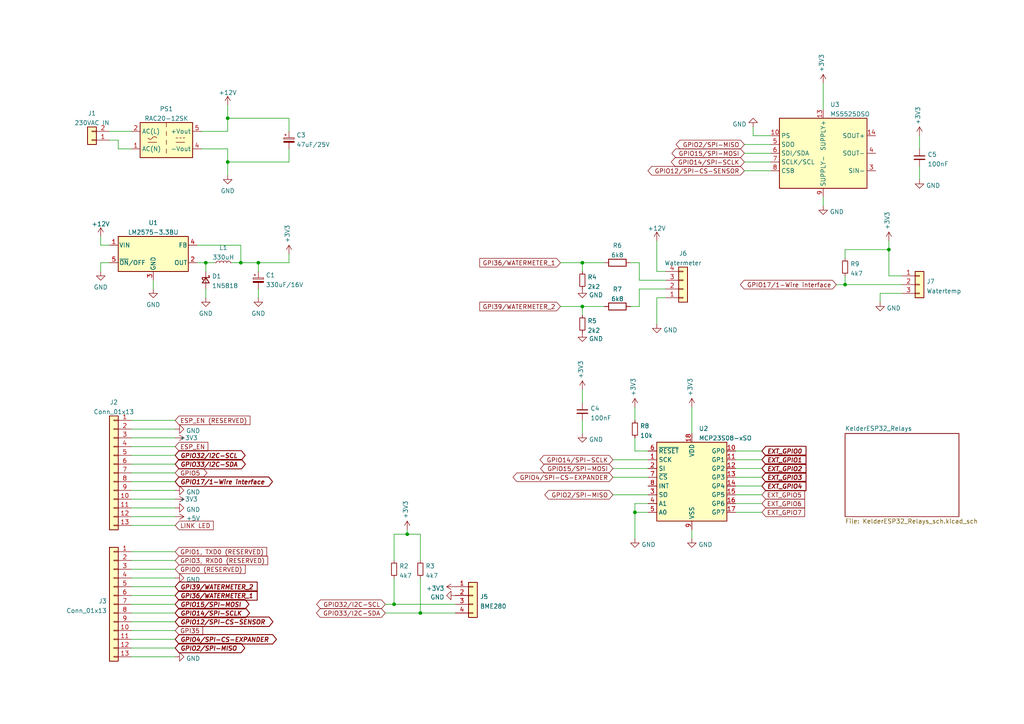
<source format=kicad_sch>
(kicad_sch (version 20211123) (generator eeschema)
  (paper "A4")
  (lib_symbols
    (symbol "Connector_Generic:Conn_01x02" (pin_names (offset 1.016) hide)
      (property "Reference" "J" (at 0 2.54 0))
      (property "Value" "Conn_01x02" (at 0 -5.08 0))
      (symbol "Conn_01x02_1_1"
        (rectangle (start -1.27 -2.413) (end 0 -2.667) (stroke (width 0.1524)))
        (rectangle (start -1.27 0.127) (end 0 -0.127) (stroke (width 0.1524)))
        (rectangle (start -1.27 1.27) (end 1.27 -3.81) (stroke (width 0.254)) (fill (type background)))
        (pin passive line (at -5.08 0 0) (length 3.81) (name "Pin_1") (number "1"))
        (pin passive line (at -5.08 -2.54 0) (length 3.81) (name "Pin_2") (number "2"))
      )
    )
    (symbol "Connector_Generic:Conn_01x03" (pin_names (offset 1.016) hide)
      (property "Reference" "J" (at 0 5.08 0))
      (property "Value" "Conn_01x03" (at 0 -5.08 0))
      (symbol "Conn_01x03_1_1"
        (rectangle (start -1.27 -2.413) (end 0 -2.667) (stroke (width 0.1524)))
        (rectangle (start -1.27 0.127) (end 0 -0.127) (stroke (width 0.1524)))
        (rectangle (start -1.27 2.667) (end 0 2.413) (stroke (width 0.1524)))
        (rectangle (start -1.27 3.81) (end 1.27 -3.81) (stroke (width 0.254)) (fill (type background)))
        (pin passive line (at -5.08 2.54 0) (length 3.81) (name "Pin_1") (number "1"))
        (pin passive line (at -5.08 0 0) (length 3.81) (name "Pin_2") (number "2"))
        (pin passive line (at -5.08 -2.54 0) (length 3.81) (name "Pin_3") (number "3"))
      )
    )
    (symbol "Connector_Generic:Conn_01x04" (pin_names (offset 1.016) hide)
      (property "Reference" "J" (at 0 5.08 0))
      (property "Value" "Conn_01x04" (at 0 -7.62 0))
      (symbol "Conn_01x04_1_1"
        (rectangle (start -1.27 -4.953) (end 0 -5.207) (stroke (width 0.1524)))
        (rectangle (start -1.27 -2.413) (end 0 -2.667) (stroke (width 0.1524)))
        (rectangle (start -1.27 0.127) (end 0 -0.127) (stroke (width 0.1524)))
        (rectangle (start -1.27 2.667) (end 0 2.413) (stroke (width 0.1524)))
        (rectangle (start -1.27 3.81) (end 1.27 -6.35) (stroke (width 0.254)) (fill (type background)))
        (pin passive line (at -5.08 2.54 0) (length 3.81) (name "Pin_1") (number "1"))
        (pin passive line (at -5.08 0 0) (length 3.81) (name "Pin_2") (number "2"))
        (pin passive line (at -5.08 -2.54 0) (length 3.81) (name "Pin_3") (number "3"))
        (pin passive line (at -5.08 -5.08 0) (length 3.81) (name "Pin_4") (number "4"))
      )
    )
    (symbol "Connector_Generic:Conn_01x13" (pin_names (offset 1.016) hide)
      (property "Reference" "J" (at 0 17.78 0))
      (property "Value" "Conn_01x13" (at 0 -17.78 0))
      (symbol "Conn_01x13_1_1"
        (rectangle (start -1.27 -15.113) (end 0 -15.367) (stroke (width 0.1524)))
        (rectangle (start -1.27 -12.573) (end 0 -12.827) (stroke (width 0.1524)))
        (rectangle (start -1.27 -10.033) (end 0 -10.287) (stroke (width 0.1524)))
        (rectangle (start -1.27 -7.493) (end 0 -7.747) (stroke (width 0.1524)))
        (rectangle (start -1.27 -4.953) (end 0 -5.207) (stroke (width 0.1524)))
        (rectangle (start -1.27 -2.413) (end 0 -2.667) (stroke (width 0.1524)))
        (rectangle (start -1.27 0.127) (end 0 -0.127) (stroke (width 0.1524)))
        (rectangle (start -1.27 2.667) (end 0 2.413) (stroke (width 0.1524)))
        (rectangle (start -1.27 5.207) (end 0 4.953) (stroke (width 0.1524)))
        (rectangle (start -1.27 7.747) (end 0 7.493) (stroke (width 0.1524)))
        (rectangle (start -1.27 10.287) (end 0 10.033) (stroke (width 0.1524)))
        (rectangle (start -1.27 12.827) (end 0 12.573) (stroke (width 0.1524)))
        (rectangle (start -1.27 15.367) (end 0 15.113) (stroke (width 0.1524)))
        (rectangle (start -1.27 16.51) (end 1.27 -16.51) (stroke (width 0.254)) (fill (type background)))
        (pin passive line (at -5.08 15.24 0) (length 3.81) (name "Pin_1") (number "1"))
        (pin passive line (at -5.08 -7.62 0) (length 3.81) (name "Pin_10") (number "10"))
        (pin passive line (at -5.08 -10.16 0) (length 3.81) (name "Pin_11") (number "11"))
        (pin passive line (at -5.08 -12.7 0) (length 3.81) (name "Pin_12") (number "12"))
        (pin passive line (at -5.08 -15.24 0) (length 3.81) (name "Pin_13") (number "13"))
        (pin passive line (at -5.08 12.7 0) (length 3.81) (name "Pin_2") (number "2"))
        (pin passive line (at -5.08 10.16 0) (length 3.81) (name "Pin_3") (number "3"))
        (pin passive line (at -5.08 7.62 0) (length 3.81) (name "Pin_4") (number "4"))
        (pin passive line (at -5.08 5.08 0) (length 3.81) (name "Pin_5") (number "5"))
        (pin passive line (at -5.08 2.54 0) (length 3.81) (name "Pin_6") (number "6"))
        (pin passive line (at -5.08 0 0) (length 3.81) (name "Pin_7") (number "7"))
        (pin passive line (at -5.08 -2.54 0) (length 3.81) (name "Pin_8") (number "8"))
        (pin passive line (at -5.08 -5.08 0) (length 3.81) (name "Pin_9") (number "9"))
      )
    )
    (symbol "Converter_ACDC:RAC20-12SK"
      (property "Reference" "PS" (at 0 6.35 0))
      (property "Value" "RAC20-12SK" (at 0 -6.35 0))
      (symbol "RAC20-12SK_1_1"
        (rectangle (start -7.62 5.08) (end 7.62 -5.08) (stroke (width 0.254)) (fill (type background)))
        (arc (start -5.334 0.635) (mid -4.699 0.2495) (end -4.064 0.635))
        (arc (start -2.794 0.635) (mid -3.429 1.0072) (end -4.064 0.635))
        (polyline (pts (xy -5.334 -0.635) (xy -2.794 -0.635)))
        (polyline (pts (xy 0 -2.54) (xy 0 -3.81)))
        (polyline (pts (xy 0 0) (xy 0 -1.27)))
        (polyline (pts (xy 0 2.54) (xy 0 1.27)))
        (polyline (pts (xy 0 5.08) (xy 0 3.81)))
        (polyline (pts (xy 2.794 -0.635) (xy 5.334 -0.635)))
        (polyline (pts (xy 2.794 0.635) (xy 3.302 0.635)))
        (polyline (pts (xy 3.81 0.635) (xy 4.318 0.635)))
        (polyline (pts (xy 4.826 0.635) (xy 5.334 0.635)))
        (pin power_in line (at -10.16 -2.54 0) (length 2.54) (name "AC(N)") (number "1"))
        (pin power_in line (at -10.16 2.54 0) (length 2.54) (name "AC(L)") (number "2"))
        (pin power_out line (at 10.16 -2.54 180) (length 2.54) (name "-Vout") (number "4"))
        (pin power_out line (at 10.16 2.54 180) (length 2.54) (name "+Vout") (number "5"))
      )
    )
    (symbol "Device:C_Polarized_Small" (pin_numbers hide) (pin_names (offset 0.254) hide)
      (property "Reference" "C" (at 0.254 1.778 0))
      (property "Value" "C_Polarized_Small" (at 0.254 -2.032 0))
      (symbol "C_Polarized_Small_0_1"
        (rectangle (start -1.524 -0.3048) (end 1.524 -0.6858) (fill (type outline)))
        (rectangle (start -1.524 0.6858) (end 1.524 0.3048))
        (polyline (pts (xy -1.27 1.524) (xy -0.762 1.524)))
        (polyline (pts (xy -1.016 1.27) (xy -1.016 1.778)))
      )
      (symbol "C_Polarized_Small_1_1"
        (pin passive line (at 0 2.54 270) (length 1.8542) (name "~") (number "1"))
        (pin passive line (at 0 -2.54 90) (length 1.8542) (name "~") (number "2"))
      )
    )
    (symbol "Device:C_Small" (pin_numbers hide) (pin_names (offset 0.254) hide)
      (property "Reference" "C" (at 0.254 1.778 0))
      (property "Value" "C_Small" (at 0.254 -2.032 0))
      (symbol "C_Small_0_1"
        (polyline (pts (xy -1.524 -0.508) (xy 1.524 -0.508)) (stroke (width 0.3302)))
        (polyline (pts (xy -1.524 0.508) (xy 1.524 0.508)) (stroke (width 0.3048)))
      )
      (symbol "C_Small_1_1"
        (pin passive line (at 0 2.54 270) (length 2.032) (name "~") (number "1"))
        (pin passive line (at 0 -2.54 90) (length 2.032) (name "~") (number "2"))
      )
    )
    (symbol "Device:D_Schottky_Small" (pin_numbers hide) (pin_names (offset 0.254) hide)
      (property "Reference" "D" (at -1.27 2.032 0))
      (property "Value" "D_Schottky_Small" (at -7.112 -2.032 0))
      (symbol "D_Schottky_Small_0_1"
        (polyline (pts (xy -0.762 0) (xy 0.762 0)))
        (polyline (pts (xy 0.762 -1.016) (xy -0.762 0) (xy 0.762 1.016) (xy 0.762 -1.016)) (stroke (width 0.254)))
        (polyline (pts (xy -1.27 0.762) (xy -1.27 1.016) (xy -0.762 1.016) (xy -0.762 -1.016) (xy -0.254 -1.016) (xy -0.254 -0.762)) (stroke (width 0.254)))
      )
      (symbol "D_Schottky_Small_1_1"
        (pin passive line (at -2.54 0 0) (length 1.778) (name "K") (number "1"))
        (pin passive line (at 2.54 0 180) (length 1.778) (name "A") (number "2"))
      )
    )
    (symbol "Device:L_Small" (pin_numbers hide) (pin_names (offset 0.254) hide)
      (property "Reference" "L" (at 0.762 1.016 0))
      (property "Value" "L_Small" (at 0.762 -1.016 0))
      (symbol "L_Small_0_1"
        (arc (start 0 -2.032) (mid 0.508 -1.524) (end 0 -1.016))
        (arc (start 0 -1.016) (mid 0.508 -0.508) (end 0 0))
        (arc (start 0 0) (mid 0.508 0.508) (end 0 1.016))
        (arc (start 0 1.016) (mid 0.508 1.524) (end 0 2.032))
      )
      (symbol "L_Small_1_1"
        (pin passive line (at 0 2.54 270) (length 0.508) (name "~") (number "1"))
        (pin passive line (at 0 -2.54 90) (length 0.508) (name "~") (number "2"))
      )
    )
    (symbol "Device:R" (pin_numbers hide) (pin_names (offset 0))
      (property "Reference" "R" (at 2.032 0 90))
      (property "Value" "R" (at 0 0 90))
      (symbol "R_0_1"
        (rectangle (start -1.016 -2.54) (end 1.016 2.54) (stroke (width 0.254)))
      )
      (symbol "R_1_1"
        (pin passive line (at 0 3.81 270) (length 1.27) (name "~") (number "1"))
        (pin passive line (at 0 -3.81 90) (length 1.27) (name "~") (number "2"))
      )
    )
    (symbol "Device:R_Small" (pin_numbers hide) (pin_names (offset 0.254) hide)
      (property "Reference" "R" (at 0.762 0.508 0))
      (property "Value" "R_Small" (at 0.762 -1.016 0))
      (symbol "R_Small_0_1"
        (rectangle (start -0.762 1.778) (end 0.762 -1.778) (stroke (width 0.2032)))
      )
      (symbol "R_Small_1_1"
        (pin passive line (at 0 2.54 270) (length 0.762) (name "~") (number "1"))
        (pin passive line (at 0 -2.54 90) (length 0.762) (name "~") (number "2"))
      )
    )
    (symbol "Jips_Library:MCP23S08-xSO"
      (property "Reference" "U" (at -8.89 12.7 0))
      (property "Value" "MCP23S08-xSO" (at 8.89 12.7 0))
      (symbol "MCP23S08-xSO_0_1"
        (rectangle (start -10.16 11.43) (end 10.16 -11.43) (stroke (width 0.254)) (fill (type background)))
      )
      (symbol "MCP23S08-xSO_1_1"
        (pin input line (at -12.7 6.35 0) (length 2.54) (name "SCK") (number "1"))
        (pin bidirectional line (at 12.7 8.89 180) (length 2.54) (name "GP0") (number "10"))
        (pin bidirectional line (at 12.7 6.35 180) (length 2.54) (name "GP1") (number "11"))
        (pin bidirectional line (at 12.7 3.81 180) (length 2.54) (name "GP2") (number "12"))
        (pin bidirectional line (at 12.7 1.27 180) (length 2.54) (name "GP3") (number "13"))
        (pin bidirectional line (at 12.7 -1.27 180) (length 2.54) (name "GP4") (number "14"))
        (pin bidirectional line (at 12.7 -3.81 180) (length 2.54) (name "GP5") (number "15"))
        (pin bidirectional line (at 12.7 -6.35 180) (length 2.54) (name "GP6") (number "16"))
        (pin bidirectional line (at 12.7 -8.89 180) (length 2.54) (name "GP7") (number "17"))
        (pin power_in line (at 0 13.97 270) (length 2.54) (name "VDD") (number "18"))
        (pin input line (at -12.7 3.81 0) (length 2.54) (name "SI") (number "2"))
        (pin output line (at -12.7 -3.81 0) (length 2.54) (name "SO") (number "3"))
        (pin input line (at -12.7 -6.35 0) (length 2.54) (name "A1") (number "4"))
        (pin input line (at -12.7 -8.89 0) (length 2.54) (name "A0") (number "5"))
        (pin input line (at -12.7 8.89 0) (length 2.54) (name "~{RESET}") (number "6"))
        (pin input line (at -12.7 1.27 0) (length 2.54) (name "~{CS}") (number "7"))
        (pin output line (at -12.7 -1.27 0) (length 2.54) (name "INT") (number "8"))
        (pin power_in line (at 0 -13.97 90) (length 2.54) (name "VSS") (number "9"))
      )
    )
    (symbol "Regulator_Switching:LM2575-3.3BU" (pin_names (offset 0.254))
      (property "Reference" "U" (at -10.16 6.35 0))
      (property "Value" "LM2575-3.3BU" (at 0 6.35 0))
      (symbol "LM2575-3.3BU_0_1"
        (rectangle (start -10.16 5.08) (end 10.16 -5.08) (stroke (width 0.254)) (fill (type background)))
      )
      (symbol "LM2575-3.3BU_1_1"
        (pin power_in line (at -12.7 2.54 0) (length 2.54) (name "VIN") (number "1"))
        (pin output line (at 12.7 -2.54 180) (length 2.54) (name "OUT") (number "2"))
        (pin power_in line (at 0 -7.62 90) (length 2.54) (name "GND") (number "3"))
        (pin input line (at 12.7 2.54 180) (length 2.54) (name "FB") (number "4"))
        (pin input line (at -12.7 -2.54 0) (length 2.54) (name "~{ON}/OFF") (number "5"))
      )
    )
    (symbol "Sensor_Pressure:MS5525DSO"
      (property "Reference" "U" (at -10.16 11.43 0))
      (property "Value" "MS5525DSO" (at 8.89 11.43 0))
      (symbol "MS5525DSO_0_1"
        (rectangle (start -12.7 10.16) (end 12.7 -10.16) (stroke (width 0.254)) (fill (type background)))
      )
      (symbol "MS5525DSO_1_1"
        (pin passive line (at 15.24 -5.08 180) (length 2.54) hide (name "SIN-") (number "1"))
        (pin input line (at -15.24 5.08 0) (length 2.54) (name "PS") (number "10"))
        (pin passive line (at 0 12.7 270) (length 2.54) hide (name "SUPPLY+") (number "11"))
        (pin passive line (at 15.24 5.08 180) (length 2.54) hide (name "SOUT+") (number "12"))
        (pin power_in line (at 0 12.7 270) (length 2.54) (name "SUPPLY+") (number "13"))
        (pin passive line (at 15.24 5.08 180) (length 2.54) (name "SOUT+") (number "14"))
        (pin passive line (at 15.24 0 180) (length 2.54) hide (name "SOUT-") (number "2"))
        (pin passive line (at 15.24 -5.08 180) (length 2.54) (name "SIN-") (number "3"))
        (pin passive line (at 15.24 0 180) (length 2.54) (name "SOUT-") (number "4"))
        (pin output line (at -15.24 2.54 0) (length 2.54) (name "SDO") (number "5"))
        (pin input line (at -15.24 0 0) (length 2.54) (name "SDI/SDA") (number "6"))
        (pin input line (at -15.24 -2.54 0) (length 2.54) (name "SCLK/SCL") (number "7"))
        (pin input line (at -15.24 -5.08 0) (length 2.54) (name "CSB") (number "8"))
        (pin power_in line (at 0 -12.7 90) (length 2.54) (name "SUPPLY-") (number "9"))
      )
    )
    (symbol "power:+12V" (power) (pin_names (offset 0))
      (property "Value" "+12V" (at 0 3.556 0))
      (symbol "+12V_0_1"
        (polyline (pts (xy -0.762 1.27) (xy 0 2.54)))
        (polyline (pts (xy 0 0) (xy 0 2.54)))
        (polyline (pts (xy 0 2.54) (xy 0.762 1.27)))
      )
      (symbol "+12V_1_1"
        (pin power_in line (at 0 0 90) (length 0) hide (name "+12V") (number "1"))
      )
    )
    (symbol "power:+3.3V" (power) (pin_names (offset 0))
      (property "Value" "+3.3V" (at 0 3.556 0))
      (symbol "+3.3V_0_1"
        (polyline (pts (xy -0.762 1.27) (xy 0 2.54)))
        (polyline (pts (xy 0 0) (xy 0 2.54)))
        (polyline (pts (xy 0 2.54) (xy 0.762 1.27)))
      )
      (symbol "+3.3V_1_1"
        (pin power_in line (at 0 0 90) (length 0) hide (name "+3V3") (number "1"))
      )
    )
    (symbol "power:+5V" (power) (pin_names (offset 0))
      (property "Value" "+5V" (at 0 3.556 0))
      (symbol "+5V_0_1"
        (polyline (pts (xy -0.762 1.27) (xy 0 2.54)))
        (polyline (pts (xy 0 0) (xy 0 2.54)))
        (polyline (pts (xy 0 2.54) (xy 0.762 1.27)))
      )
      (symbol "+5V_1_1"
        (pin power_in line (at 0 0 90) (length 0) hide (name "+5V") (number "1"))
      )
    )
    (symbol "power:GND" (power) (pin_names (offset 0))
      (property "Value" "GND" (at 0 -3.81 0))
      (symbol "GND_0_1"
        (polyline (pts (xy 0 0) (xy 0 -1.27) (xy 1.27 -1.27) (xy 0 -2.54) (xy -1.27 -1.27) (xy 0 -1.27)))
      )
      (symbol "GND_1_1"
        (pin power_in line (at 0 0 270) (length 0) hide (name "GND") (number "1"))
      )
    )
  )
  (junction (at 121.92 177.8))
  (junction (at 114.3 175.26))
  (junction (at 168.91 88.9))
  (junction (at 257.81 72.39))
  (junction (at 74.93 76.2))
  (junction (at 184.15 148.59))
  (junction (at 66.04 34.29))
  (junction (at 69.85 76.2))
  (junction (at 245.11 82.55))
  (junction (at 118.11 154.94))
  (junction (at 59.69 76.2))
  (junction (at 66.04 46.99))
  (junction (at 168.91 76.2))
  (wire (pts (xy 74.93 76.2) (xy 74.93 78.74)))
  (wire (pts (xy 38.1 144.78) (xy 50.8 144.78)))
  (wire (pts (xy 69.85 76.2) (xy 74.93 76.2)))
  (wire (pts (xy 193.04 86.36) (xy 190.5 86.36)))
  (wire (pts (xy 38.1 139.7) (xy 50.8 139.7)))
  (wire (pts (xy 215.9 44.45) (xy 223.52 44.45)))
  (wire (pts (xy 184.15 148.59) (xy 184.15 156.21)))
  (wire (pts (xy 31.75 40.64) (xy 34.29 40.64)))
  (wire (pts (xy 162.56 76.2) (xy 168.91 76.2)))
  (wire (pts (xy 29.21 76.2) (xy 29.21 78.74)))
  (wire (pts (xy 59.69 83.82) (xy 59.69 86.36)))
  (wire (pts (xy 118.11 154.94) (xy 121.92 154.94)))
  (wire (pts (xy 38.1 162.56) (xy 50.8 162.56)))
  (wire (pts (xy 118.11 153.67) (xy 118.11 154.94)))
  (wire (pts (xy 185.42 81.28) (xy 193.04 81.28)))
  (wire (pts (xy 177.8 138.43) (xy 187.96 138.43)))
  (wire (pts (xy 215.9 41.91) (xy 223.52 41.91)))
  (wire (pts (xy 38.1 137.16) (xy 50.8 137.16)))
  (wire (pts (xy 66.04 30.48) (xy 66.04 34.29)))
  (wire (pts (xy 245.11 74.93) (xy 245.11 72.39)))
  (wire (pts (xy 245.11 80.01) (xy 245.11 82.55)))
  (wire (pts (xy 38.1 165.1) (xy 50.8 165.1)))
  (wire (pts (xy 58.42 38.1) (xy 66.04 38.1)))
  (wire (pts (xy 238.76 24.13) (xy 238.76 31.75)))
  (wire (pts (xy 69.85 76.2) (xy 69.85 71.12)))
  (wire (pts (xy 38.1 124.46) (xy 50.8 124.46)))
  (wire (pts (xy 66.04 46.99) (xy 66.04 50.8)))
  (wire (pts (xy 74.93 76.2) (xy 83.82 76.2)))
  (wire (pts (xy 238.76 57.15) (xy 238.76 59.69)))
  (wire (pts (xy 38.1 43.18) (xy 34.29 43.18)))
  (wire (pts (xy 38.1 121.92) (xy 50.8 121.92)))
  (wire (pts (xy 38.1 134.62) (xy 50.8 134.62)))
  (wire (pts (xy 38.1 127) (xy 50.8 127)))
  (wire (pts (xy 111.76 175.26) (xy 114.3 175.26)))
  (wire (pts (xy 38.1 187.96) (xy 50.8 187.96)))
  (wire (pts (xy 58.42 43.18) (xy 66.04 43.18)))
  (wire (pts (xy 261.62 85.09) (xy 255.27 85.09)))
  (wire (pts (xy 59.69 76.2) (xy 59.69 78.74)))
  (wire (pts (xy 185.42 88.9) (xy 185.42 83.82)))
  (wire (pts (xy 38.1 177.8) (xy 50.8 177.8)))
  (wire (pts (xy 114.3 175.26) (xy 132.08 175.26)))
  (wire (pts (xy 245.11 72.39) (xy 257.81 72.39)))
  (wire (pts (xy 261.62 80.01) (xy 257.81 80.01)))
  (wire (pts (xy 66.04 34.29) (xy 66.04 38.1)))
  (wire (pts (xy 34.29 40.64) (xy 34.29 43.18)))
  (wire (pts (xy 57.15 71.12) (xy 69.85 71.12)))
  (wire (pts (xy 83.82 34.29) (xy 83.82 38.1)))
  (wire (pts (xy 184.15 148.59) (xy 187.96 148.59)))
  (wire (pts (xy 220.98 130.81) (xy 213.36 130.81)))
  (wire (pts (xy 185.42 83.82) (xy 193.04 83.82)))
  (wire (pts (xy 31.75 71.12) (xy 29.21 71.12)))
  (wire (pts (xy 200.66 153.67) (xy 200.66 156.21)))
  (wire (pts (xy 266.7 39.37) (xy 266.7 43.18)))
  (wire (pts (xy 83.82 46.99) (xy 83.82 43.18)))
  (wire (pts (xy 38.1 142.24) (xy 50.8 142.24)))
  (wire (pts (xy 67.31 76.2) (xy 69.85 76.2)))
  (wire (pts (xy 220.98 143.51) (xy 213.36 143.51)))
  (wire (pts (xy 38.1 175.26) (xy 50.8 175.26)))
  (wire (pts (xy 59.69 76.2) (xy 62.23 76.2)))
  (wire (pts (xy 38.1 167.64) (xy 50.8 167.64)))
  (wire (pts (xy 121.92 154.94) (xy 121.92 162.56)))
  (wire (pts (xy 266.7 48.26) (xy 266.7 52.07)))
  (wire (pts (xy 31.75 38.1) (xy 38.1 38.1)))
  (wire (pts (xy 190.5 78.74) (xy 193.04 78.74)))
  (wire (pts (xy 215.9 46.99) (xy 223.52 46.99)))
  (wire (pts (xy 38.1 170.18) (xy 50.8 170.18)))
  (wire (pts (xy 177.8 133.35) (xy 187.96 133.35)))
  (wire (pts (xy 31.75 76.2) (xy 29.21 76.2)))
  (wire (pts (xy 218.44 39.37) (xy 223.52 39.37)))
  (wire (pts (xy 114.3 154.94) (xy 114.3 162.56)))
  (wire (pts (xy 38.1 190.5) (xy 50.8 190.5)))
  (wire (pts (xy 29.21 68.58) (xy 29.21 71.12)))
  (wire (pts (xy 215.9 49.53) (xy 223.52 49.53)))
  (wire (pts (xy 38.1 182.88) (xy 50.8 182.88)))
  (wire (pts (xy 57.15 76.2) (xy 59.69 76.2)))
  (wire (pts (xy 257.81 72.39) (xy 257.81 80.01)))
  (wire (pts (xy 111.76 177.8) (xy 121.92 177.8)))
  (wire (pts (xy 168.91 76.2) (xy 175.26 76.2)))
  (wire (pts (xy 185.42 76.2) (xy 185.42 81.28)))
  (wire (pts (xy 168.91 88.9) (xy 168.91 91.44)))
  (wire (pts (xy 220.98 140.97) (xy 213.36 140.97)))
  (wire (pts (xy 38.1 147.32) (xy 50.8 147.32)))
  (wire (pts (xy 184.15 130.81) (xy 184.15 127)))
  (wire (pts (xy 182.88 76.2) (xy 185.42 76.2)))
  (wire (pts (xy 66.04 43.18) (xy 66.04 46.99)))
  (wire (pts (xy 177.8 135.89) (xy 187.96 135.89)))
  (wire (pts (xy 177.8 143.51) (xy 187.96 143.51)))
  (wire (pts (xy 257.81 69.85) (xy 257.81 72.39)))
  (wire (pts (xy 38.1 149.86) (xy 50.8 149.86)))
  (wire (pts (xy 168.91 76.2) (xy 168.91 78.74)))
  (wire (pts (xy 255.27 85.09) (xy 255.27 87.63)))
  (wire (pts (xy 44.45 81.28) (xy 44.45 83.82)))
  (wire (pts (xy 242.57 82.55) (xy 245.11 82.55)))
  (wire (pts (xy 168.91 88.9) (xy 175.26 88.9)))
  (wire (pts (xy 114.3 154.94) (xy 118.11 154.94)))
  (wire (pts (xy 38.1 132.08) (xy 50.8 132.08)))
  (wire (pts (xy 220.98 148.59) (xy 213.36 148.59)))
  (wire (pts (xy 190.5 69.85) (xy 190.5 78.74)))
  (wire (pts (xy 220.98 146.05) (xy 213.36 146.05)))
  (wire (pts (xy 38.1 172.72) (xy 50.8 172.72)))
  (wire (pts (xy 38.1 129.54) (xy 50.8 129.54)))
  (wire (pts (xy 121.92 167.64) (xy 121.92 177.8)))
  (wire (pts (xy 182.88 88.9) (xy 185.42 88.9)))
  (wire (pts (xy 200.66 118.11) (xy 200.66 125.73)))
  (wire (pts (xy 190.5 86.36) (xy 190.5 93.98)))
  (wire (pts (xy 74.93 83.82) (xy 74.93 86.36)))
  (wire (pts (xy 187.96 130.81) (xy 184.15 130.81)))
  (wire (pts (xy 184.15 118.11) (xy 184.15 121.92)))
  (wire (pts (xy 66.04 34.29) (xy 83.82 34.29)))
  (wire (pts (xy 66.04 46.99) (xy 83.82 46.99)))
  (wire (pts (xy 220.98 135.89) (xy 213.36 135.89)))
  (wire (pts (xy 245.11 82.55) (xy 261.62 82.55)))
  (wire (pts (xy 114.3 167.64) (xy 114.3 175.26)))
  (wire (pts (xy 168.91 121.92) (xy 168.91 125.73)))
  (wire (pts (xy 121.92 177.8) (xy 132.08 177.8)))
  (wire (pts (xy 38.1 152.4) (xy 50.8 152.4)))
  (wire (pts (xy 83.82 73.66) (xy 83.82 76.2)))
  (wire (pts (xy 184.15 146.05) (xy 184.15 148.59)))
  (wire (pts (xy 218.44 39.37) (xy 218.44 36.83)))
  (wire (pts (xy 38.1 180.34) (xy 50.8 180.34)))
  (wire (pts (xy 220.98 138.43) (xy 213.36 138.43)))
  (wire (pts (xy 187.96 146.05) (xy 184.15 146.05)))
  (wire (pts (xy 38.1 160.02) (xy 50.8 160.02)))
  (wire (pts (xy 162.56 88.9) (xy 168.91 88.9)))
  (wire (pts (xy 38.1 185.42) (xy 50.8 185.42)))
  (wire (pts (xy 220.98 133.35) (xy 213.36 133.35)))
  (wire (pts (xy 168.91 113.03) (xy 168.91 116.84)))
  (global_label "GPIO12{slash}SPI-CS-SENSOR" (shape bidirectional) (at 50.8 180.34 0) (effects (font (thickness 0.254) bold italic)) (property "Intersheet References" "${INTERSHEET_REFS}" (effects hide)))
  (global_label "GPIO1, TXD0 (RESERVED)" (shape input) (at 50.8 160.02 0) (property "Intersheet References" "${INTERSHEET_REFS}" (effects hide)))
  (global_label "GPIO5" (shape bidirectional) (at 50.8 137.16 0) (property "Intersheet References" "${INTERSHEET_REFS}" (effects hide)))
  (global_label "GPIO2{slash}SPI-MISO" (shape bidirectional) (at 215.9 41.91 180) (property "Intersheet References" "${INTERSHEET_REFS}" (effects hide)))
  (global_label "GPI39{slash}WATERMETER_2" (shape input) (at 50.8 170.18 0) (effects (font (thickness 0.254) bold italic)) (property "Intersheet References" "${INTERSHEET_REFS}" (effects hide)))
  (global_label "EXT_GPIO4" (shape input) (at 220.98 140.97 0) (effects (font (thickness 0.254) bold italic)) (property "Intersheet References" "${INTERSHEET_REFS}" (effects hide)))
  (global_label "GPIO2{slash}SPI-MISO" (shape bidirectional) (at 177.8 143.51 180) (property "Intersheet References" "${INTERSHEET_REFS}" (effects hide)))
  (global_label "GPI39{slash}WATERMETER_2" (shape input) (at 162.56 88.9 180) (property "Intersheet References" "${INTERSHEET_REFS}" (effects hide)))
  (global_label "GPIO14{slash}SPI-SCLK" (shape bidirectional) (at 50.8 177.8 0) (effects (font (thickness 0.254) bold italic)) (property "Intersheet References" "${INTERSHEET_REFS}" (effects hide)))
  (global_label "GPIO4{slash}SPI-CS-EXPANDER" (shape bidirectional) (at 177.8 138.43 180) (property "Intersheet References" "${INTERSHEET_REFS}" (effects hide)))
  (global_label "GPIO33{slash}I2C-SDA" (shape bidirectional) (at 50.8 134.62 0) (effects (font (thickness 0.254) bold italic)) (property "Intersheet References" "${INTERSHEET_REFS}" (effects hide)))
  (global_label "GPI35" (shape input) (at 50.8 182.88 0) (property "Intersheet References" "${INTERSHEET_REFS}" (effects hide)))
  (global_label "GPIO0 (RESERVED)" (shape input) (at 50.8 165.1 0) (property "Intersheet References" "${INTERSHEET_REFS}" (effects hide)))
  (global_label "GPIO15{slash}SPI-MOSI" (shape bidirectional) (at 215.9 44.45 180) (property "Intersheet References" "${INTERSHEET_REFS}" (effects hide)))
  (global_label "GPIO3, RXD0 (RESERVED)" (shape input) (at 50.8 162.56 0) (property "Intersheet References" "${INTERSHEET_REFS}" (effects hide)))
  (global_label "GPIO33{slash}I2C-SDA" (shape bidirectional) (at 111.76 177.8 180) (property "Intersheet References" "${INTERSHEET_REFS}" (effects hide)))
  (global_label "GPIO32{slash}I2C-SCL" (shape bidirectional) (at 111.76 175.26 180) (property "Intersheet References" "${INTERSHEET_REFS}" (effects hide)))
  (global_label "GPIO15{slash}SPI-MOSI" (shape bidirectional) (at 177.8 135.89 180) (property "Intersheet References" "${INTERSHEET_REFS}" (effects hide)))
  (global_label "GPIO14{slash}SPI-SCLK" (shape bidirectional) (at 177.8 133.35 180) (property "Intersheet References" "${INTERSHEET_REFS}" (effects hide)))
  (global_label "GPIO17{slash}1-Wire interface" (shape bidirectional) (at 242.57 82.55 180) (property "Intersheet References" "${INTERSHEET_REFS}" (effects hide)))
  (global_label "EXT_GPIO1" (shape input) (at 220.98 133.35 0) (effects (font (thickness 0.254) bold italic)) (property "Intersheet References" "${INTERSHEET_REFS}" (effects hide)))
  (global_label "EXT_GPIO7" (shape input) (at 220.98 148.59 0) (property "Intersheet References" "${INTERSHEET_REFS}" (effects hide)))
  (global_label "GPI36{slash}WATERMETER_1" (shape input) (at 50.8 172.72 0) (effects (font (thickness 0.254) bold italic)) (property "Intersheet References" "${INTERSHEET_REFS}" (effects hide)))
  (global_label "GPIO12{slash}SPI-CS-SENSOR" (shape bidirectional) (at 215.9 49.53 180) (property "Intersheet References" "${INTERSHEET_REFS}" (effects hide)))
  (global_label "GPI36{slash}WATERMETER_1" (shape input) (at 162.56 76.2 180) (property "Intersheet References" "${INTERSHEET_REFS}" (effects hide)))
  (global_label "EXT_GPIO0" (shape input) (at 220.98 130.81 0) (effects (font (thickness 0.254) bold italic)) (property "Intersheet References" "${INTERSHEET_REFS}" (effects hide)))
  (global_label "EXT_GPIO5" (shape input) (at 220.98 143.51 0) (property "Intersheet References" "${INTERSHEET_REFS}" (effects hide)))
  (global_label "EXT_GPIO6" (shape input) (at 220.98 146.05 0) (property "Intersheet References" "${INTERSHEET_REFS}" (effects hide)))
  (global_label "ESP_EN" (shape input) (at 50.8 129.54 0) (property "Intersheet References" "${INTERSHEET_REFS}" (effects hide)))
  (global_label "LINK LED" (shape input) (at 50.8 152.4 0) (property "Intersheet References" "${INTERSHEET_REFS}" (effects hide)))
  (global_label "GPIO32{slash}I2C-SCL" (shape bidirectional) (at 50.8 132.08 0) (effects (font (thickness 0.254) bold italic)) (property "Intersheet References" "${INTERSHEET_REFS}" (effects hide)))
  (global_label "EXT_GPIO3" (shape input) (at 220.98 138.43 0) (effects (font (thickness 0.254) bold italic)) (property "Intersheet References" "${INTERSHEET_REFS}" (effects hide)))
  (global_label "ESP_EN (RESERVED)" (shape input) (at 50.8 121.92 0) (property "Intersheet References" "${INTERSHEET_REFS}" (effects hide)))
  (global_label "GPIO17{slash}1-Wire interface" (shape bidirectional) (at 50.8 139.7 0) (effects (font (thickness 0.254) bold italic)) (property "Intersheet References" "${INTERSHEET_REFS}" (effects hide)))
  (global_label "GPIO2{slash}SPI-MISO" (shape bidirectional) (at 50.8 187.96 0) (effects (font (thickness 0.254) bold italic)) (property "Intersheet References" "${INTERSHEET_REFS}" (effects hide)))
  (global_label "EXT_GPIO2" (shape input) (at 220.98 135.89 0) (effects (font (thickness 0.254) bold italic)) (property "Intersheet References" "${INTERSHEET_REFS}" (effects hide)))
  (global_label "GPIO4{slash}SPI-CS-EXPANDER" (shape bidirectional) (at 50.8 185.42 0) (effects (font (thickness 0.254) bold italic)) (property "Intersheet References" "${INTERSHEET_REFS}" (effects hide)))
  (global_label "GPIO15{slash}SPI-MOSI" (shape bidirectional) (at 50.8 175.26 0) (effects (font (thickness 0.254) bold italic)) (property "Intersheet References" "${INTERSHEET_REFS}" (effects hide)))
  (global_label "GPIO14{slash}SPI-SCLK" (shape bidirectional) (at 215.9 46.99 180) (property "Intersheet References" "${INTERSHEET_REFS}" (effects hide)))
  (symbol (lib_id "Connector_Generic:Conn_01x13") (at 33.02 137.16 0) (mirror y) (unit 1)
    (property "Reference" "J2" (at 33.02 116.6835 0))
    (property "Value" "Conn_01x13" (at 33.02 119.4586 0))
    (property "Footprint" "Connector_PinSocket_2.54mm:PinSocket_1x13_P2.54mm_Vertical" (effects hide))
  )
  (symbol (lib_id "Device:R_Small") (at 168.91 93.98 0) (unit 1)
    (property "Reference" "R5" (at 170.4086 93.0715 0) (effects (justify left)))
    (property "Value" "2k2" (at 170.4086 95.8466 0) (effects (justify left)))
    (property "Footprint" "Resistor_SMD:R_0805_2012Metric_Pad1.20x1.40mm_HandSolder" (effects hide))
  )
  (symbol (lib_id "power:+12V") (at 29.21 68.58 0) (unit 1)
    (property "Reference" "#PWR0109" (effects hide))
    (property "Value" "+12V" (at 29.21 64.9755 0))
  )
  (symbol (lib_id "Regulator_Switching:LM2575-3.3BU") (at 44.45 73.66 0) (unit 1)
    (property "Reference" "U1" (at 44.45 64.6135 0))
    (property "Value" "LM2575-3.3BU" (at 44.45 67.3886 0))
    (property "Footprint" "Package_TO_SOT_SMD:TO-263-5_TabPin3" (effects hide))
    (property "Datasheet" "http://ww1.microchip.com/downloads/en/DeviceDoc/lm2575.pdf" (effects hide))
  )
  (symbol (lib_id "power:GND") (at 190.5 93.98 0) (unit 1)
    (property "Reference" "#PWR0133" (effects hide))
    (property "Value" "GND" (at 192.405 95.729 0) (effects (justify left)))
  )
  (symbol (lib_id "Device:C_Small") (at 266.7 45.72 0) (unit 1)
    (property "Reference" "C5" (at 269.0241 44.8178 0) (effects (justify left)))
    (property "Value" "100nF" (at 269.0241 47.5929 0) (effects (justify left)))
    (property "Footprint" "Capacitor_SMD:C_0805_2012Metric_Pad1.18x1.45mm_HandSolder" (effects hide))
  )
  (symbol (lib_id "power:GND") (at 255.27 87.63 0) (unit 1)
    (property "Reference" "#PWR0136" (effects hide))
    (property "Value" "GND" (at 257.175 89.379 0) (effects (justify left)))
  )
  (symbol (lib_id "power:+3.3V") (at 118.11 153.67 0) (unit 1)
    (property "Reference" "#PWR0102" (effects hide))
    (property "Value" "+3.3V" (at 117.631 150.495 90) (effects (justify left)))
  )
  (symbol (lib_id "Device:R") (at 179.07 88.9 270) (unit 1)
    (property "Reference" "R7" (at 179.07 83.9175 90))
    (property "Value" "6k8" (at 179.07 86.6926 90))
    (property "Footprint" "Resistor_SMD:R_0805_2012Metric_Pad1.20x1.40mm_HandSolder" (effects hide))
  )
  (symbol (lib_id "Connector_Generic:Conn_01x04") (at 137.16 172.72 0) (unit 1)
    (property "Reference" "J5" (at 139.192 173.0815 0) (effects (justify left)))
    (property "Value" "BME280" (at 139.192 175.8566 0) (effects (justify left)))
    (property "Footprint" "TerminalBlock_Phoenix:TerminalBlock_Phoenix_MKDS-1,5-4-5.08_1x04_P5.08mm_Horizontal" (effects hide))
  )
  (symbol (lib_id "Jips_Library:MCP23S08-xSO") (at 200.66 139.7 0) (unit 1)
    (property "Reference" "U2" (at 202.6794 124.3035 0) (effects (justify left)))
    (property "Value" "MCP23S08-xSO" (at 202.6794 127.0786 0) (effects (justify left)))
    (property "Footprint" "Package_SO:SOIC-18W_7.5x11.6mm_P1.27mm" (effects hide))
    (property "Datasheet" "http://ww1.microchip.com/downloads/en/DeviceDoc/MCP23008-MCP23S08-Data-Sheet-20001919F.pdf" (effects hide))
  )
  (symbol (lib_id "Device:R_Small") (at 121.92 165.1 0) (unit 1)
    (property "Reference" "R3" (at 123.4186 164.1915 0) (effects (justify left)))
    (property "Value" "4k7" (at 123.4186 166.9666 0) (effects (justify left)))
    (property "Footprint" "Resistor_SMD:R_0805_2012Metric_Pad1.20x1.40mm_HandSolder" (effects hide))
  )
  (symbol (lib_id "power:GND") (at 168.91 83.82 0) (unit 1)
    (property "Reference" "#PWR0122" (effects hide))
    (property "Value" "GND" (at 170.815 85.569 0) (effects (justify left)))
  )
  (symbol (lib_id "power:GND") (at 218.44 36.83 0) (mirror x) (unit 1)
    (property "Reference" "#PWR0121" (effects hide))
    (property "Value" "GND" (at 216.5351 36.039 0) (effects (justify right)))
  )
  (symbol (lib_id "power:GND") (at 50.8 147.32 90) (unit 1)
    (property "Reference" "#PWR0104" (effects hide))
    (property "Value" "GND" (at 53.975 147.799 90) (effects (justify right)))
  )
  (symbol (lib_id "power:+12V") (at 66.04 30.48 0) (unit 1)
    (property "Reference" "#PWR0116" (effects hide))
    (property "Value" "+12V" (at 66.04 26.8755 0))
  )
  (symbol (lib_id "power:GND") (at 168.91 96.52 0) (unit 1)
    (property "Reference" "#PWR0135" (effects hide))
    (property "Value" "GND" (at 170.815 98.269 0) (effects (justify left)))
  )
  (symbol (lib_id "power:+3.3V") (at 184.15 118.11 0) (unit 1)
    (property "Reference" "#PWR0132" (effects hide))
    (property "Value" "+3.3V" (at 183.671 114.935 90) (effects (justify left)))
  )
  (symbol (lib_id "power:+3.3V") (at 50.8 144.78 270) (unit 1)
    (property "Reference" "#PWR0103" (effects hide))
    (property "Value" "+3.3V" (at 52.07 144.78 90) (effects (justify left)))
  )
  (symbol (lib_id "Device:C_Polarized_Small") (at 74.93 81.28 0) (unit 1)
    (property "Reference" "C1" (at 77.089 79.8254 0) (effects (justify left)))
    (property "Value" "330uF/16V" (at 77.089 82.6005 0) (effects (justify left)))
    (property "Footprint" "Capacitor_SMD:CP_Elec_8x10.5" (effects hide))
  )
  (symbol (lib_id "power:+12V") (at 190.5 69.85 0) (unit 1)
    (property "Reference" "#PWR0123" (effects hide))
    (property "Value" "+12V" (at 190.5 66.2455 0))
  )
  (symbol (lib_id "power:GND") (at 184.15 156.21 0) (unit 1)
    (property "Reference" "#PWR0128" (effects hide))
    (property "Value" "GND" (at 186.055 157.959 0) (effects (justify left)))
  )
  (symbol (lib_id "Connector_Generic:Conn_01x02") (at 26.67 40.64 180) (unit 1)
    (property "Reference" "J1" (at 26.67 32.8635 0))
    (property "Value" "230VAC IN" (at 26.67 35.6386 0))
    (property "Footprint" "TerminalBlock_Phoenix:TerminalBlock_Phoenix_MKDS-3-2-5.08_1x02_P5.08mm_Horizontal" (effects hide))
  )
  (symbol (lib_id "Device:C_Polarized_Small") (at 83.82 40.64 0) (unit 1)
    (property "Reference" "C3" (at 85.979 39.1854 0) (effects (justify left)))
    (property "Value" "47uF/25V" (at 85.979 41.9605 0) (effects (justify left)))
    (property "Footprint" "Capacitor_THT:CP_Radial_D5.0mm_P2.00mm" (effects hide))
  )
  (symbol (lib_id "power:GND") (at 66.04 50.8 0) (unit 1)
    (property "Reference" "#PWR0119" (effects hide))
    (property "Value" "GND" (at 66.04 55.3625 0))
  )
  (symbol (lib_id "Connector_Generic:Conn_01x04") (at 198.12 83.82 0) (mirror x) (unit 1)
    (property "Reference" "J6" (at 198.12 73.5035 0))
    (property "Value" "Watermeter" (at 198.12 76.2786 0))
    (property "Footprint" "TerminalBlock_Phoenix:TerminalBlock_Phoenix_MKDS-1,5-4-5.08_1x04_P5.08mm_Horizontal" (effects hide))
  )
  (symbol (lib_id "power:+3.3V") (at 257.81 69.85 0) (unit 1)
    (property "Reference" "#PWR0137" (effects hide))
    (property "Value" "+3.3V" (at 257.331 66.675 90) (effects (justify left)))
  )
  (symbol (lib_id "power:+3.3V") (at 50.8 127 270) (unit 1)
    (property "Reference" "#PWR0113" (effects hide))
    (property "Value" "+3.3V" (at 52.07 127 90) (effects (justify left)))
  )
  (symbol (lib_id "power:+3.3V") (at 238.76 24.13 0) (unit 1)
    (property "Reference" "#PWR0120" (effects hide))
    (property "Value" "+3.3V" (at 238.281 20.955 90) (effects (justify left)))
  )
  (symbol (lib_id "power:GND") (at 238.76 59.69 0) (unit 1)
    (property "Reference" "#PWR0138" (effects hide))
    (property "Value" "GND" (at 240.665 61.439 0) (effects (justify left)))
  )
  (symbol (lib_id "power:GND") (at 74.93 86.36 0) (unit 1)
    (property "Reference" "#PWR0107" (effects hide))
    (property "Value" "GND" (at 74.93 90.9225 0))
  )
  (symbol (lib_id "power:GND") (at 59.69 86.36 0) (unit 1)
    (property "Reference" "#PWR0108" (effects hide))
    (property "Value" "GND" (at 59.69 90.9225 0))
  )
  (symbol (lib_id "power:+3.3V") (at 132.08 170.18 90) (unit 1)
    (property "Reference" "#PWR0125" (effects hide))
    (property "Value" "+3.3V" (at 128.905 170.659 90) (effects (justify left)))
  )
  (symbol (lib_id "Device:D_Schottky_Small") (at 59.69 81.28 270) (unit 1)
    (property "Reference" "D1" (at 61.468 80.1175 90) (effects (justify left)))
    (property "Value" "1N5818" (at 61.468 82.8926 90) (effects (justify left)))
    (property "Footprint" "Diode_THT:D_DO-41_SOD81_P10.16mm_Horizontal" (effects hide))
  )
  (symbol (lib_id "power:+3.3V") (at 200.66 118.11 0) (unit 1)
    (property "Reference" "#PWR0131" (effects hide))
    (property "Value" "+3.3V" (at 200.181 114.935 90) (effects (justify left)))
  )
  (symbol (lib_id "power:GND") (at 50.8 167.64 90) (unit 1)
    (property "Reference" "#PWR0101" (effects hide))
    (property "Value" "GND" (at 53.975 168.119 90) (effects (justify right)))
  )
  (symbol (lib_id "power:+3.3V") (at 266.7 39.37 0) (unit 1)
    (property "Reference" "#PWR0139" (effects hide))
    (property "Value" "+3.3V" (at 266.221 36.195 90) (effects (justify left)))
  )
  (symbol (lib_id "power:GND") (at 132.08 172.72 270) (unit 1)
    (property "Reference" "#PWR0126" (effects hide))
    (property "Value" "GND" (at 128.9051 173.199 90) (effects (justify right)))
  )
  (symbol (lib_id "Device:R_Small") (at 168.91 81.28 0) (unit 1)
    (property "Reference" "R4" (at 170.4086 80.3715 0) (effects (justify left)))
    (property "Value" "2k2" (at 170.4086 83.1466 0) (effects (justify left)))
    (property "Footprint" "Resistor_SMD:R_0805_2012Metric_Pad1.20x1.40mm_HandSolder" (effects hide))
  )
  (symbol (lib_id "Device:L_Small") (at 64.77 76.2 90) (unit 1)
    (property "Reference" "L1" (at 64.77 71.8525 90))
    (property "Value" "330uH" (at 64.77 74.6276 90))
    (property "Footprint" "Inductor_SMD:L_Bourns-SRN1060" (effects hide))
  )
  (symbol (lib_id "Sensor_Pressure:MS5525DSO") (at 238.76 44.45 0) (unit 1)
    (property "Reference" "U3" (at 240.7794 30.3235 0) (effects (justify left)))
    (property "Value" "MS5525DSO" (at 240.7794 33.0986 0) (effects (justify left)))
    (property "Footprint" "Package_SO:SOIC-14W_7.5x9mm_P1.27mm" (effects hide))
    (property "Datasheet" "https://www.te.com/commerce/DocumentDelivery/DDEController?Action=srchrtrv&DocNm=MS5525DSO&DocType=DS&DocLang=English" (effects hide))
  )
  (symbol (lib_id "power:GND") (at 50.8 124.46 90) (unit 1)
    (property "Reference" "#PWR0114" (effects hide))
    (property "Value" "GND" (at 53.975 124.939 90) (effects (justify right)))
  )
  (symbol (lib_id "Device:R_Small") (at 114.3 165.1 0) (unit 1)
    (property "Reference" "R2" (at 115.7986 164.1915 0) (effects (justify left)))
    (property "Value" "4k7" (at 115.7986 166.9666 0) (effects (justify left)))
    (property "Footprint" "Resistor_SMD:R_0805_2012Metric_Pad1.20x1.40mm_HandSolder" (effects hide))
  )
  (symbol (lib_id "power:+3.3V") (at 168.91 113.03 0) (unit 1)
    (property "Reference" "#PWR0134" (effects hide))
    (property "Value" "+3.3V" (at 168.431 109.855 90) (effects (justify left)))
  )
  (symbol (lib_id "Connector_Generic:Conn_01x13") (at 33.02 175.26 0) (mirror y) (unit 1)
    (property "Reference" "J3" (at 30.988 174.3515 0) (effects (justify left)))
    (property "Value" "Conn_01x13" (at 30.988 177.1266 0) (effects (justify left)))
    (property "Footprint" "Connector_PinSocket_2.54mm:PinSocket_1x13_P2.54mm_Vertical" (effects hide))
  )
  (symbol (lib_id "Connector_Generic:Conn_01x03") (at 266.7 82.55 0) (unit 1)
    (property "Reference" "J7" (at 268.732 81.6415 0) (effects (justify left)))
    (property "Value" "Watertemp" (at 268.732 84.4166 0) (effects (justify left)))
    (property "Footprint" "TerminalBlock_Phoenix:TerminalBlock_Phoenix_MKDS-1,5-3-5.08_1x03_P5.08mm_Horizontal" (effects hide))
  )
  (symbol (lib_id "Device:R_Small") (at 245.11 77.47 0) (unit 1)
    (property "Reference" "R9" (at 246.6086 76.5615 0) (effects (justify left)))
    (property "Value" "4k7" (at 246.6086 79.3366 0) (effects (justify left)))
    (property "Footprint" "Resistor_SMD:R_0805_2012Metric_Pad1.20x1.40mm_HandSolder" (effects hide))
  )
  (symbol (lib_id "power:+3.3V") (at 83.82 73.66 0) (unit 1)
    (property "Reference" "#PWR0118" (effects hide))
    (property "Value" "+3.3V" (at 83.341 70.485 90) (effects (justify left)))
  )
  (symbol (lib_id "Device:C_Small") (at 168.91 119.38 0) (unit 1)
    (property "Reference" "C4" (at 171.2341 118.4778 0) (effects (justify left)))
    (property "Value" "100nF" (at 171.2341 121.2529 0) (effects (justify left)))
    (property "Footprint" "Capacitor_SMD:C_0805_2012Metric_Pad1.18x1.45mm_HandSolder" (effects hide))
  )
  (symbol (lib_id "power:GND") (at 29.21 78.74 0) (unit 1)
    (property "Reference" "#PWR0110" (effects hide))
    (property "Value" "GND" (at 29.21 83.3025 0))
  )
  (symbol (lib_id "Converter_ACDC:RAC20-12SK") (at 48.26 40.64 0) (unit 1)
    (property "Reference" "PS1" (at 48.26 31.5935 0))
    (property "Value" "RAC20-12SK" (at 48.26 34.3686 0))
    (property "Footprint" "Converter_ACDC:Converter_ACDC_Recom_RAC20-xxSK_THT" (effects hide))
    (property "Datasheet" "https://recom-power.com/pdf/Powerline_AC-DC/RAC20-K.pdf" (effects hide))
  )
  (symbol (lib_id "power:GND") (at 266.7 52.07 0) (unit 1)
    (property "Reference" "#PWR0140" (effects hide))
    (property "Value" "GND" (at 268.605 53.819 0) (effects (justify left)))
  )
  (symbol (lib_id "Device:R_Small") (at 184.15 124.46 0) (unit 1)
    (property "Reference" "R8" (at 185.6486 123.5515 0) (effects (justify left)))
    (property "Value" "10k" (at 185.6486 126.3266 0) (effects (justify left)))
    (property "Footprint" "Resistor_SMD:R_0805_2012Metric_Pad1.20x1.40mm_HandSolder" (effects hide))
  )
  (symbol (lib_id "Device:R") (at 179.07 76.2 270) (unit 1)
    (property "Reference" "R6" (at 179.07 71.2175 90))
    (property "Value" "6k8" (at 179.07 73.9926 90))
    (property "Footprint" "Resistor_SMD:R_0805_2012Metric_Pad1.20x1.40mm_HandSolder" (effects hide))
  )
  (symbol (lib_id "power:GND") (at 200.66 156.21 0) (unit 1)
    (property "Reference" "#PWR0130" (effects hide))
    (property "Value" "GND" (at 202.565 157.959 0) (effects (justify left)))
  )
  (symbol (lib_id "power:GND") (at 168.91 125.73 0) (unit 1)
    (property "Reference" "#PWR0124" (effects hide))
    (property "Value" "GND" (at 170.815 127.479 0) (effects (justify left)))
  )
  (symbol (lib_id "power:GND") (at 50.8 142.24 90) (unit 1)
    (property "Reference" "#PWR0105" (effects hide))
    (property "Value" "GND" (at 53.975 142.719 90) (effects (justify right)))
  )
  (symbol (lib_id "power:GND") (at 50.8 190.5 90) (unit 1)
    (property "Reference" "#PWR0112" (effects hide))
    (property "Value" "GND" (at 53.975 190.979 90) (effects (justify right)))
  )
  (symbol (lib_id "power:GND") (at 44.45 83.82 0) (unit 1)
    (property "Reference" "#PWR0111" (effects hide))
    (property "Value" "GND" (at 44.45 88.3825 0))
  )
  (symbol (lib_id "power:+5V") (at 50.8 149.86 270) (unit 1)
    (property "Reference" "#PWR0106" (effects hide))
    (property "Value" "+5V" (at 53.975 150.339 90) (effects (justify left)))
  )
  (sheet (at 245.11 125.73) (size 33.02 24.13) (stroke (width 0.1524))
    (property "Sheet name" "KelderESP32_Relays" (at 245.11 125.0184 0) (effects (justify left bottom)))
    (property "Sheet file" "KelderESP32_Relays_sch.kicad_sch" (at 245.11 150.4446 0) (effects (justify left top)))
  )
)
</source>
